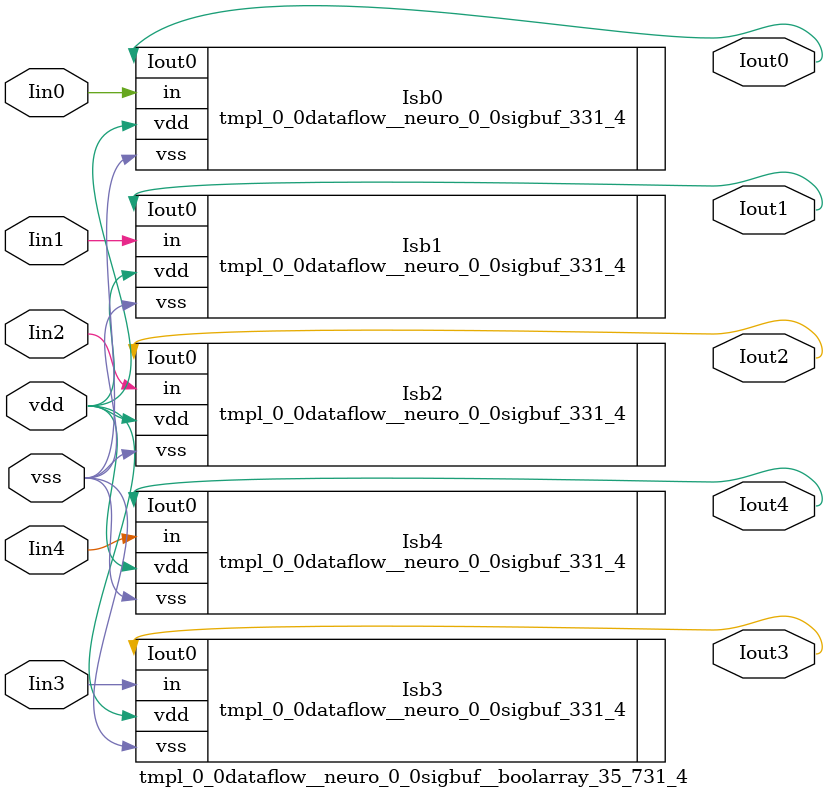
<source format=v>
module tmpl_0_0dataflow__neuro_0_0sigbuf__boolarray_35_731_4(Iin0 , Iin1 , Iin2 , Iin3 , Iin4 , Iout0 , Iout1 , Iout2 , Iout3 , Iout4 , vdd, vss); 
   input vdd;
   input vss;
   input Iin0 ;
   input Iin1 ;
   input Iin2 ;
   input Iin3 ;
   input Iin4 ;
   
   
   
   
   

// -- signals ---
   output Iout2 ;
   output Iout4 ;
   wire Iin0 ;
   output Iout0 ;
   wire Iin2 ;
   output Iout1 ;
   wire Iin1 ;
   output Iout3 ;
   wire Iin3 ;
   wire Iin4 ;

// --- instances
tmpl_0_0dataflow__neuro_0_0sigbuf_331_4 Isb0  (.in(Iin0 ), .Iout0 (Iout0 ), .vdd(vdd), .vss(vss));
tmpl_0_0dataflow__neuro_0_0sigbuf_331_4 Isb1  (.in(Iin1 ), .Iout0 (Iout1 ), .vdd(vdd), .vss(vss));
tmpl_0_0dataflow__neuro_0_0sigbuf_331_4 Isb2  (.in(Iin2 ), .Iout0 (Iout2 ), .vdd(vdd), .vss(vss));
tmpl_0_0dataflow__neuro_0_0sigbuf_331_4 Isb3  (.in(Iin3 ), .Iout0 (Iout3 ), .vdd(vdd), .vss(vss));
tmpl_0_0dataflow__neuro_0_0sigbuf_331_4 Isb4  (.in(Iin4 ), .Iout0 (Iout4 ), .vdd(vdd), .vss(vss));
endmodule
</source>
